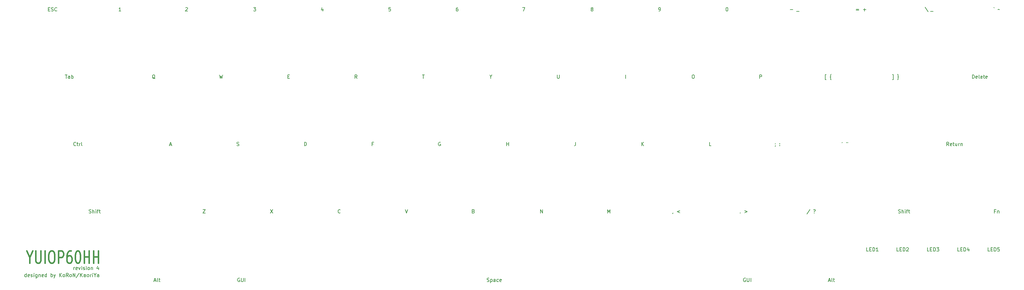
<source format=gbr>
%TF.GenerationSoftware,KiCad,Pcbnew,(5.1.9)-1*%
%TF.CreationDate,2021-04-22T03:27:36+09:00*%
%TF.ProjectId,yuiop60hh4,7975696f-7036-4306-9868-342e6b696361,4*%
%TF.SameCoordinates,Original*%
%TF.FileFunction,Legend,Top*%
%TF.FilePolarity,Positive*%
%FSLAX46Y46*%
G04 Gerber Fmt 4.6, Leading zero omitted, Abs format (unit mm)*
G04 Created by KiCad (PCBNEW (5.1.9)-1) date 2021-04-22 03:27:36*
%MOMM*%
%LPD*%
G01*
G04 APERTURE LIST*
%ADD10C,0.150000*%
%ADD11C,0.400000*%
G04 APERTURE END LIST*
D10*
X88976190Y-188452380D02*
X88976190Y-187785714D01*
X88976190Y-187976190D02*
X89023809Y-187880952D01*
X89071428Y-187833333D01*
X89166666Y-187785714D01*
X89261904Y-187785714D01*
X89976190Y-188404761D02*
X89880952Y-188452380D01*
X89690476Y-188452380D01*
X89595238Y-188404761D01*
X89547619Y-188309523D01*
X89547619Y-187928571D01*
X89595238Y-187833333D01*
X89690476Y-187785714D01*
X89880952Y-187785714D01*
X89976190Y-187833333D01*
X90023809Y-187928571D01*
X90023809Y-188023809D01*
X89547619Y-188119047D01*
X90357142Y-187785714D02*
X90595238Y-188452380D01*
X90833333Y-187785714D01*
X91214285Y-188452380D02*
X91214285Y-187785714D01*
X91214285Y-187452380D02*
X91166666Y-187500000D01*
X91214285Y-187547619D01*
X91261904Y-187500000D01*
X91214285Y-187452380D01*
X91214285Y-187547619D01*
X91642857Y-188404761D02*
X91738095Y-188452380D01*
X91928571Y-188452380D01*
X92023809Y-188404761D01*
X92071428Y-188309523D01*
X92071428Y-188261904D01*
X92023809Y-188166666D01*
X91928571Y-188119047D01*
X91785714Y-188119047D01*
X91690476Y-188071428D01*
X91642857Y-187976190D01*
X91642857Y-187928571D01*
X91690476Y-187833333D01*
X91785714Y-187785714D01*
X91928571Y-187785714D01*
X92023809Y-187833333D01*
X92500000Y-188452380D02*
X92500000Y-187785714D01*
X92500000Y-187452380D02*
X92452380Y-187500000D01*
X92500000Y-187547619D01*
X92547619Y-187500000D01*
X92500000Y-187452380D01*
X92500000Y-187547619D01*
X93119047Y-188452380D02*
X93023809Y-188404761D01*
X92976190Y-188357142D01*
X92928571Y-188261904D01*
X92928571Y-187976190D01*
X92976190Y-187880952D01*
X93023809Y-187833333D01*
X93119047Y-187785714D01*
X93261904Y-187785714D01*
X93357142Y-187833333D01*
X93404761Y-187880952D01*
X93452380Y-187976190D01*
X93452380Y-188261904D01*
X93404761Y-188357142D01*
X93357142Y-188404761D01*
X93261904Y-188452380D01*
X93119047Y-188452380D01*
X93880952Y-187785714D02*
X93880952Y-188452380D01*
X93880952Y-187880952D02*
X93928571Y-187833333D01*
X94023809Y-187785714D01*
X94166666Y-187785714D01*
X94261904Y-187833333D01*
X94309523Y-187928571D01*
X94309523Y-188452380D01*
X95976190Y-187785714D02*
X95976190Y-188452380D01*
X95738095Y-187404761D02*
X95500000Y-188119047D01*
X96119047Y-188119047D01*
X75576190Y-190452380D02*
X75576190Y-189452380D01*
X75576190Y-190404761D02*
X75480952Y-190452380D01*
X75290476Y-190452380D01*
X75195238Y-190404761D01*
X75147619Y-190357142D01*
X75100000Y-190261904D01*
X75100000Y-189976190D01*
X75147619Y-189880952D01*
X75195238Y-189833333D01*
X75290476Y-189785714D01*
X75480952Y-189785714D01*
X75576190Y-189833333D01*
X76433333Y-190404761D02*
X76338095Y-190452380D01*
X76147619Y-190452380D01*
X76052380Y-190404761D01*
X76004761Y-190309523D01*
X76004761Y-189928571D01*
X76052380Y-189833333D01*
X76147619Y-189785714D01*
X76338095Y-189785714D01*
X76433333Y-189833333D01*
X76480952Y-189928571D01*
X76480952Y-190023809D01*
X76004761Y-190119047D01*
X76861904Y-190404761D02*
X76957142Y-190452380D01*
X77147619Y-190452380D01*
X77242857Y-190404761D01*
X77290476Y-190309523D01*
X77290476Y-190261904D01*
X77242857Y-190166666D01*
X77147619Y-190119047D01*
X77004761Y-190119047D01*
X76909523Y-190071428D01*
X76861904Y-189976190D01*
X76861904Y-189928571D01*
X76909523Y-189833333D01*
X77004761Y-189785714D01*
X77147619Y-189785714D01*
X77242857Y-189833333D01*
X77719047Y-190452380D02*
X77719047Y-189785714D01*
X77719047Y-189452380D02*
X77671428Y-189500000D01*
X77719047Y-189547619D01*
X77766666Y-189500000D01*
X77719047Y-189452380D01*
X77719047Y-189547619D01*
X78623809Y-189785714D02*
X78623809Y-190595238D01*
X78576190Y-190690476D01*
X78528571Y-190738095D01*
X78433333Y-190785714D01*
X78290476Y-190785714D01*
X78195238Y-190738095D01*
X78623809Y-190404761D02*
X78528571Y-190452380D01*
X78338095Y-190452380D01*
X78242857Y-190404761D01*
X78195238Y-190357142D01*
X78147619Y-190261904D01*
X78147619Y-189976190D01*
X78195238Y-189880952D01*
X78242857Y-189833333D01*
X78338095Y-189785714D01*
X78528571Y-189785714D01*
X78623809Y-189833333D01*
X79100000Y-189785714D02*
X79100000Y-190452380D01*
X79100000Y-189880952D02*
X79147619Y-189833333D01*
X79242857Y-189785714D01*
X79385714Y-189785714D01*
X79480952Y-189833333D01*
X79528571Y-189928571D01*
X79528571Y-190452380D01*
X80385714Y-190404761D02*
X80290476Y-190452380D01*
X80100000Y-190452380D01*
X80004761Y-190404761D01*
X79957142Y-190309523D01*
X79957142Y-189928571D01*
X80004761Y-189833333D01*
X80100000Y-189785714D01*
X80290476Y-189785714D01*
X80385714Y-189833333D01*
X80433333Y-189928571D01*
X80433333Y-190023809D01*
X79957142Y-190119047D01*
X81290476Y-190452380D02*
X81290476Y-189452380D01*
X81290476Y-190404761D02*
X81195238Y-190452380D01*
X81004761Y-190452380D01*
X80909523Y-190404761D01*
X80861904Y-190357142D01*
X80814285Y-190261904D01*
X80814285Y-189976190D01*
X80861904Y-189880952D01*
X80909523Y-189833333D01*
X81004761Y-189785714D01*
X81195238Y-189785714D01*
X81290476Y-189833333D01*
X82528571Y-190452380D02*
X82528571Y-189452380D01*
X82528571Y-189833333D02*
X82623809Y-189785714D01*
X82814285Y-189785714D01*
X82909523Y-189833333D01*
X82957142Y-189880952D01*
X83004761Y-189976190D01*
X83004761Y-190261904D01*
X82957142Y-190357142D01*
X82909523Y-190404761D01*
X82814285Y-190452380D01*
X82623809Y-190452380D01*
X82528571Y-190404761D01*
X83338095Y-189785714D02*
X83576190Y-190452380D01*
X83814285Y-189785714D02*
X83576190Y-190452380D01*
X83480952Y-190690476D01*
X83433333Y-190738095D01*
X83338095Y-190785714D01*
X84957142Y-190452380D02*
X84957142Y-189452380D01*
X85528571Y-190452380D02*
X85100000Y-189880952D01*
X85528571Y-189452380D02*
X84957142Y-190023809D01*
X86100000Y-190452380D02*
X86004761Y-190404761D01*
X85957142Y-190357142D01*
X85909523Y-190261904D01*
X85909523Y-189976190D01*
X85957142Y-189880952D01*
X86004761Y-189833333D01*
X86100000Y-189785714D01*
X86242857Y-189785714D01*
X86338095Y-189833333D01*
X86385714Y-189880952D01*
X86433333Y-189976190D01*
X86433333Y-190261904D01*
X86385714Y-190357142D01*
X86338095Y-190404761D01*
X86242857Y-190452380D01*
X86100000Y-190452380D01*
X87433333Y-190452380D02*
X87100000Y-189976190D01*
X86861904Y-190452380D02*
X86861904Y-189452380D01*
X87242857Y-189452380D01*
X87338095Y-189500000D01*
X87385714Y-189547619D01*
X87433333Y-189642857D01*
X87433333Y-189785714D01*
X87385714Y-189880952D01*
X87338095Y-189928571D01*
X87242857Y-189976190D01*
X86861904Y-189976190D01*
X88004761Y-190452380D02*
X87909523Y-190404761D01*
X87861904Y-190357142D01*
X87814285Y-190261904D01*
X87814285Y-189976190D01*
X87861904Y-189880952D01*
X87909523Y-189833333D01*
X88004761Y-189785714D01*
X88147619Y-189785714D01*
X88242857Y-189833333D01*
X88290476Y-189880952D01*
X88338095Y-189976190D01*
X88338095Y-190261904D01*
X88290476Y-190357142D01*
X88242857Y-190404761D01*
X88147619Y-190452380D01*
X88004761Y-190452380D01*
X88766666Y-190452380D02*
X88766666Y-189452380D01*
X89338095Y-190452380D01*
X89338095Y-189452380D01*
X90528571Y-189404761D02*
X89671428Y-190690476D01*
X90861904Y-190452380D02*
X90861904Y-189452380D01*
X91433333Y-190452380D02*
X91004761Y-189880952D01*
X91433333Y-189452380D02*
X90861904Y-190023809D01*
X92290476Y-190452380D02*
X92290476Y-189928571D01*
X92242857Y-189833333D01*
X92147619Y-189785714D01*
X91957142Y-189785714D01*
X91861904Y-189833333D01*
X92290476Y-190404761D02*
X92195238Y-190452380D01*
X91957142Y-190452380D01*
X91861904Y-190404761D01*
X91814285Y-190309523D01*
X91814285Y-190214285D01*
X91861904Y-190119047D01*
X91957142Y-190071428D01*
X92195238Y-190071428D01*
X92290476Y-190023809D01*
X92909523Y-190452380D02*
X92814285Y-190404761D01*
X92766666Y-190357142D01*
X92719047Y-190261904D01*
X92719047Y-189976190D01*
X92766666Y-189880952D01*
X92814285Y-189833333D01*
X92909523Y-189785714D01*
X93052380Y-189785714D01*
X93147619Y-189833333D01*
X93195238Y-189880952D01*
X93242857Y-189976190D01*
X93242857Y-190261904D01*
X93195238Y-190357142D01*
X93147619Y-190404761D01*
X93052380Y-190452380D01*
X92909523Y-190452380D01*
X93671428Y-190452380D02*
X93671428Y-189785714D01*
X93671428Y-189976190D02*
X93719047Y-189880952D01*
X93766666Y-189833333D01*
X93861904Y-189785714D01*
X93957142Y-189785714D01*
X94290476Y-190452380D02*
X94290476Y-189785714D01*
X94290476Y-189452380D02*
X94242857Y-189500000D01*
X94290476Y-189547619D01*
X94338095Y-189500000D01*
X94290476Y-189452380D01*
X94290476Y-189547619D01*
X94957142Y-189976190D02*
X94957142Y-190452380D01*
X94623809Y-189452380D02*
X94957142Y-189976190D01*
X95290476Y-189452380D01*
X96052380Y-190452380D02*
X96052380Y-189928571D01*
X96004761Y-189833333D01*
X95909523Y-189785714D01*
X95719047Y-189785714D01*
X95623809Y-189833333D01*
X96052380Y-190404761D02*
X95957142Y-190452380D01*
X95719047Y-190452380D01*
X95623809Y-190404761D01*
X95576190Y-190309523D01*
X95576190Y-190214285D01*
X95623809Y-190119047D01*
X95719047Y-190071428D01*
X95957142Y-190071428D01*
X96052380Y-190023809D01*
D11*
X76535714Y-184916666D02*
X76535714Y-186583333D01*
X75702380Y-183083333D02*
X76535714Y-184916666D01*
X77369047Y-183083333D01*
X78202380Y-183083333D02*
X78202380Y-185916666D01*
X78321428Y-186250000D01*
X78440476Y-186416666D01*
X78678571Y-186583333D01*
X79154761Y-186583333D01*
X79392857Y-186416666D01*
X79511904Y-186250000D01*
X79630952Y-185916666D01*
X79630952Y-183083333D01*
X80821428Y-186583333D02*
X80821428Y-183083333D01*
X82488095Y-183083333D02*
X82964285Y-183083333D01*
X83202380Y-183250000D01*
X83440476Y-183583333D01*
X83559523Y-184250000D01*
X83559523Y-185416666D01*
X83440476Y-186083333D01*
X83202380Y-186416666D01*
X82964285Y-186583333D01*
X82488095Y-186583333D01*
X82250000Y-186416666D01*
X82011904Y-186083333D01*
X81892857Y-185416666D01*
X81892857Y-184250000D01*
X82011904Y-183583333D01*
X82250000Y-183250000D01*
X82488095Y-183083333D01*
X84630952Y-186583333D02*
X84630952Y-183083333D01*
X85583333Y-183083333D01*
X85821428Y-183250000D01*
X85940476Y-183416666D01*
X86059523Y-183750000D01*
X86059523Y-184250000D01*
X85940476Y-184583333D01*
X85821428Y-184750000D01*
X85583333Y-184916666D01*
X84630952Y-184916666D01*
X88202380Y-183083333D02*
X87726190Y-183083333D01*
X87488095Y-183250000D01*
X87369047Y-183416666D01*
X87130952Y-183916666D01*
X87011904Y-184583333D01*
X87011904Y-185916666D01*
X87130952Y-186250000D01*
X87250000Y-186416666D01*
X87488095Y-186583333D01*
X87964285Y-186583333D01*
X88202380Y-186416666D01*
X88321428Y-186250000D01*
X88440476Y-185916666D01*
X88440476Y-185083333D01*
X88321428Y-184750000D01*
X88202380Y-184583333D01*
X87964285Y-184416666D01*
X87488095Y-184416666D01*
X87250000Y-184583333D01*
X87130952Y-184750000D01*
X87011904Y-185083333D01*
X89988095Y-183083333D02*
X90226190Y-183083333D01*
X90464285Y-183250000D01*
X90583333Y-183416666D01*
X90702380Y-183750000D01*
X90821428Y-184416666D01*
X90821428Y-185250000D01*
X90702380Y-185916666D01*
X90583333Y-186250000D01*
X90464285Y-186416666D01*
X90226190Y-186583333D01*
X89988095Y-186583333D01*
X89750000Y-186416666D01*
X89630952Y-186250000D01*
X89511904Y-185916666D01*
X89392857Y-185250000D01*
X89392857Y-184416666D01*
X89511904Y-183750000D01*
X89630952Y-183416666D01*
X89750000Y-183250000D01*
X89988095Y-183083333D01*
X91892857Y-186583333D02*
X91892857Y-183083333D01*
X91892857Y-184750000D02*
X93321428Y-184750000D01*
X93321428Y-186583333D02*
X93321428Y-183083333D01*
X94511904Y-186583333D02*
X94511904Y-183083333D01*
X94511904Y-184750000D02*
X95940476Y-184750000D01*
X95940476Y-186583333D02*
X95940476Y-183083333D01*
%TO.C,KSW60*%
D10*
X302202165Y-191530136D02*
X302678356Y-191530136D01*
X302106927Y-191815850D02*
X302440260Y-190815850D01*
X302773594Y-191815850D01*
X303249784Y-191815850D02*
X303154546Y-191768231D01*
X303106927Y-191672993D01*
X303106927Y-190815850D01*
X303487880Y-191149184D02*
X303868832Y-191149184D01*
X303630737Y-190815850D02*
X303630737Y-191672993D01*
X303678356Y-191768231D01*
X303773594Y-191815850D01*
X303868832Y-191815850D01*
%TO.C,KSW59*%
X278675280Y-190863470D02*
X278580041Y-190815850D01*
X278437184Y-190815850D01*
X278294327Y-190863470D01*
X278199089Y-190958708D01*
X278151470Y-191053946D01*
X278103851Y-191244422D01*
X278103851Y-191387279D01*
X278151470Y-191577755D01*
X278199089Y-191672993D01*
X278294327Y-191768231D01*
X278437184Y-191815850D01*
X278532422Y-191815850D01*
X278675280Y-191768231D01*
X278722899Y-191720612D01*
X278722899Y-191387279D01*
X278532422Y-191387279D01*
X279151470Y-190815850D02*
X279151470Y-191625374D01*
X279199089Y-191720612D01*
X279246708Y-191768231D01*
X279341946Y-191815850D01*
X279532422Y-191815850D01*
X279627660Y-191768231D01*
X279675280Y-191720612D01*
X279722899Y-191625374D01*
X279722899Y-190815850D01*
X280199089Y-191815850D02*
X280199089Y-190815850D01*
%TO.C,KSW58*%
X205689860Y-191768231D02*
X205832718Y-191815850D01*
X206070813Y-191815850D01*
X206166051Y-191768231D01*
X206213670Y-191720612D01*
X206261289Y-191625374D01*
X206261289Y-191530136D01*
X206213670Y-191434898D01*
X206166051Y-191387279D01*
X206070813Y-191339660D01*
X205880337Y-191292041D01*
X205785099Y-191244422D01*
X205737480Y-191196803D01*
X205689860Y-191101565D01*
X205689860Y-191006327D01*
X205737480Y-190911089D01*
X205785099Y-190863470D01*
X205880337Y-190815850D01*
X206118432Y-190815850D01*
X206261289Y-190863470D01*
X206689860Y-191149184D02*
X206689860Y-192149184D01*
X206689860Y-191196803D02*
X206785099Y-191149184D01*
X206975575Y-191149184D01*
X207070813Y-191196803D01*
X207118432Y-191244422D01*
X207166051Y-191339660D01*
X207166051Y-191625374D01*
X207118432Y-191720612D01*
X207070813Y-191768231D01*
X206975575Y-191815850D01*
X206785099Y-191815850D01*
X206689860Y-191768231D01*
X208023194Y-191815850D02*
X208023194Y-191292041D01*
X207975575Y-191196803D01*
X207880337Y-191149184D01*
X207689860Y-191149184D01*
X207594622Y-191196803D01*
X208023194Y-191768231D02*
X207927956Y-191815850D01*
X207689860Y-191815850D01*
X207594622Y-191768231D01*
X207547003Y-191672993D01*
X207547003Y-191577755D01*
X207594622Y-191482517D01*
X207689860Y-191434898D01*
X207927956Y-191434898D01*
X208023194Y-191387279D01*
X208927956Y-191768231D02*
X208832718Y-191815850D01*
X208642241Y-191815850D01*
X208547003Y-191768231D01*
X208499384Y-191720612D01*
X208451765Y-191625374D01*
X208451765Y-191339660D01*
X208499384Y-191244422D01*
X208547003Y-191196803D01*
X208642241Y-191149184D01*
X208832718Y-191149184D01*
X208927956Y-191196803D01*
X209737480Y-191768231D02*
X209642241Y-191815850D01*
X209451765Y-191815850D01*
X209356527Y-191768231D01*
X209308908Y-191672993D01*
X209308908Y-191292041D01*
X209356527Y-191196803D01*
X209451765Y-191149184D01*
X209642241Y-191149184D01*
X209737480Y-191196803D01*
X209785099Y-191292041D01*
X209785099Y-191387279D01*
X209308908Y-191482517D01*
%TO.C,KSW57*%
X135799680Y-190863470D02*
X135704441Y-190815850D01*
X135561584Y-190815850D01*
X135418727Y-190863470D01*
X135323489Y-190958708D01*
X135275870Y-191053946D01*
X135228251Y-191244422D01*
X135228251Y-191387279D01*
X135275870Y-191577755D01*
X135323489Y-191672993D01*
X135418727Y-191768231D01*
X135561584Y-191815850D01*
X135656822Y-191815850D01*
X135799680Y-191768231D01*
X135847299Y-191720612D01*
X135847299Y-191387279D01*
X135656822Y-191387279D01*
X136275870Y-190815850D02*
X136275870Y-191625374D01*
X136323489Y-191720612D01*
X136371108Y-191768231D01*
X136466346Y-191815850D01*
X136656822Y-191815850D01*
X136752060Y-191768231D01*
X136799680Y-191720612D01*
X136847299Y-191625374D01*
X136847299Y-190815850D01*
X137323489Y-191815850D02*
X137323489Y-190815850D01*
%TO.C,KSW56*%
X111701365Y-191530136D02*
X112177556Y-191530136D01*
X111606127Y-191815850D02*
X111939460Y-190815850D01*
X112272794Y-191815850D01*
X112748984Y-191815850D02*
X112653746Y-191768231D01*
X112606127Y-191672993D01*
X112606127Y-190815850D01*
X112987080Y-191149184D02*
X113368032Y-191149184D01*
X113129937Y-190815850D02*
X113129937Y-191672993D01*
X113177556Y-191768231D01*
X113272794Y-191815850D01*
X113368032Y-191815850D01*
%TO.C,KSW55*%
X349340476Y-171888571D02*
X349007142Y-171888571D01*
X349007142Y-172412380D02*
X349007142Y-171412380D01*
X349483333Y-171412380D01*
X349864285Y-171745714D02*
X349864285Y-172412380D01*
X349864285Y-171840952D02*
X349911904Y-171793333D01*
X350007142Y-171745714D01*
X350150000Y-171745714D01*
X350245238Y-171793333D01*
X350292857Y-171888571D01*
X350292857Y-172412380D01*
%TO.C,KSW54*%
X321908380Y-172364761D02*
X322051238Y-172412380D01*
X322289333Y-172412380D01*
X322384571Y-172364761D01*
X322432190Y-172317142D01*
X322479809Y-172221904D01*
X322479809Y-172126666D01*
X322432190Y-172031428D01*
X322384571Y-171983809D01*
X322289333Y-171936190D01*
X322098857Y-171888571D01*
X322003619Y-171840952D01*
X321956000Y-171793333D01*
X321908380Y-171698095D01*
X321908380Y-171602857D01*
X321956000Y-171507619D01*
X322003619Y-171460000D01*
X322098857Y-171412380D01*
X322336952Y-171412380D01*
X322479809Y-171460000D01*
X322908380Y-172412380D02*
X322908380Y-171412380D01*
X323336952Y-172412380D02*
X323336952Y-171888571D01*
X323289333Y-171793333D01*
X323194095Y-171745714D01*
X323051238Y-171745714D01*
X322956000Y-171793333D01*
X322908380Y-171840952D01*
X323813142Y-172412380D02*
X323813142Y-171745714D01*
X323813142Y-171412380D02*
X323765523Y-171460000D01*
X323813142Y-171507619D01*
X323860761Y-171460000D01*
X323813142Y-171412380D01*
X323813142Y-171507619D01*
X324146476Y-171745714D02*
X324527428Y-171745714D01*
X324289333Y-172412380D02*
X324289333Y-171555238D01*
X324336952Y-171460000D01*
X324432190Y-171412380D01*
X324527428Y-171412380D01*
X324717904Y-171745714D02*
X325098857Y-171745714D01*
X324860761Y-171412380D02*
X324860761Y-172269523D01*
X324908380Y-172364761D01*
X325003619Y-172412380D01*
X325098857Y-172412380D01*
%TO.C,KSW53*%
X296882047Y-171364761D02*
X296024904Y-172650476D01*
X298120142Y-172317142D02*
X298167761Y-172364761D01*
X298120142Y-172412380D01*
X298072523Y-172364761D01*
X298120142Y-172317142D01*
X298120142Y-172412380D01*
X297929666Y-171460000D02*
X298024904Y-171412380D01*
X298263000Y-171412380D01*
X298358238Y-171460000D01*
X298405857Y-171555238D01*
X298405857Y-171650476D01*
X298358238Y-171745714D01*
X298310619Y-171793333D01*
X298215380Y-171840952D01*
X298167761Y-171888571D01*
X298120142Y-171983809D01*
X298120142Y-172031428D01*
%TO.C,KSW52*%
X277213000Y-172317142D02*
X277260619Y-172364761D01*
X277213000Y-172412380D01*
X277165380Y-172364761D01*
X277213000Y-172317142D01*
X277213000Y-172412380D01*
X278451095Y-171745714D02*
X279213000Y-172031428D01*
X278451095Y-172317142D01*
%TO.C,KSW51*%
X258210619Y-172364761D02*
X258210619Y-172412380D01*
X258163000Y-172507619D01*
X258115380Y-172555238D01*
X260163000Y-171745714D02*
X259401095Y-172031428D01*
X260163000Y-172317142D01*
%TO.C,KSW50*%
X239779666Y-172412380D02*
X239779666Y-171412380D01*
X240113000Y-172126666D01*
X240446333Y-171412380D01*
X240446333Y-172412380D01*
%TO.C,KSW49*%
X220777285Y-172412380D02*
X220777285Y-171412380D01*
X221348714Y-172412380D01*
X221348714Y-171412380D01*
%TO.C,KSW48*%
X201855758Y-171888571D02*
X201998615Y-171936190D01*
X202046234Y-171983809D01*
X202093853Y-172079047D01*
X202093853Y-172221904D01*
X202046234Y-172317142D01*
X201998615Y-172364761D01*
X201903377Y-172412380D01*
X201522425Y-172412380D01*
X201522425Y-171412380D01*
X201855758Y-171412380D01*
X201950996Y-171460000D01*
X201998615Y-171507619D01*
X202046234Y-171602857D01*
X202046234Y-171698095D01*
X201998615Y-171793333D01*
X201950996Y-171840952D01*
X201855758Y-171888571D01*
X201522425Y-171888571D01*
%TO.C,KSW47*%
X182629666Y-171412380D02*
X182963000Y-172412380D01*
X183296333Y-171412380D01*
%TO.C,KSW46*%
X164222523Y-172317142D02*
X164174904Y-172364761D01*
X164032047Y-172412380D01*
X163936809Y-172412380D01*
X163793952Y-172364761D01*
X163698714Y-172269523D01*
X163651095Y-172174285D01*
X163603476Y-171983809D01*
X163603476Y-171840952D01*
X163651095Y-171650476D01*
X163698714Y-171555238D01*
X163793952Y-171460000D01*
X163936809Y-171412380D01*
X164032047Y-171412380D01*
X164174904Y-171460000D01*
X164222523Y-171507619D01*
%TO.C,KSW45*%
X144529666Y-171412380D02*
X145196333Y-172412380D01*
X145196333Y-171412380D02*
X144529666Y-172412380D01*
%TO.C,KSW44*%
X125479666Y-171412380D02*
X126146333Y-171412380D01*
X125479666Y-172412380D01*
X126146333Y-172412380D01*
%TO.C,KSW43*%
X93308580Y-172364761D02*
X93451438Y-172412380D01*
X93689533Y-172412380D01*
X93784771Y-172364761D01*
X93832390Y-172317142D01*
X93880009Y-172221904D01*
X93880009Y-172126666D01*
X93832390Y-172031428D01*
X93784771Y-171983809D01*
X93689533Y-171936190D01*
X93499057Y-171888571D01*
X93403819Y-171840952D01*
X93356200Y-171793333D01*
X93308580Y-171698095D01*
X93308580Y-171602857D01*
X93356200Y-171507619D01*
X93403819Y-171460000D01*
X93499057Y-171412380D01*
X93737152Y-171412380D01*
X93880009Y-171460000D01*
X94308580Y-172412380D02*
X94308580Y-171412380D01*
X94737152Y-172412380D02*
X94737152Y-171888571D01*
X94689533Y-171793333D01*
X94594295Y-171745714D01*
X94451438Y-171745714D01*
X94356200Y-171793333D01*
X94308580Y-171840952D01*
X95213342Y-172412380D02*
X95213342Y-171745714D01*
X95213342Y-171412380D02*
X95165723Y-171460000D01*
X95213342Y-171507619D01*
X95260961Y-171460000D01*
X95213342Y-171412380D01*
X95213342Y-171507619D01*
X95546676Y-171745714D02*
X95927628Y-171745714D01*
X95689533Y-172412380D02*
X95689533Y-171555238D01*
X95737152Y-171460000D01*
X95832390Y-171412380D01*
X95927628Y-171412380D01*
X96118104Y-171745714D02*
X96499057Y-171745714D01*
X96260961Y-171412380D02*
X96260961Y-172269523D01*
X96308580Y-172364761D01*
X96403819Y-172412380D01*
X96499057Y-172412380D01*
%TO.C,KSW42*%
X336124952Y-153362380D02*
X335791619Y-152886190D01*
X335553523Y-153362380D02*
X335553523Y-152362380D01*
X335934476Y-152362380D01*
X336029714Y-152410000D01*
X336077333Y-152457619D01*
X336124952Y-152552857D01*
X336124952Y-152695714D01*
X336077333Y-152790952D01*
X336029714Y-152838571D01*
X335934476Y-152886190D01*
X335553523Y-152886190D01*
X336934476Y-153314761D02*
X336839238Y-153362380D01*
X336648761Y-153362380D01*
X336553523Y-153314761D01*
X336505904Y-153219523D01*
X336505904Y-152838571D01*
X336553523Y-152743333D01*
X336648761Y-152695714D01*
X336839238Y-152695714D01*
X336934476Y-152743333D01*
X336982095Y-152838571D01*
X336982095Y-152933809D01*
X336505904Y-153029047D01*
X337267809Y-152695714D02*
X337648761Y-152695714D01*
X337410666Y-152362380D02*
X337410666Y-153219523D01*
X337458285Y-153314761D01*
X337553523Y-153362380D01*
X337648761Y-153362380D01*
X338410666Y-152695714D02*
X338410666Y-153362380D01*
X337982095Y-152695714D02*
X337982095Y-153219523D01*
X338029714Y-153314761D01*
X338124952Y-153362380D01*
X338267809Y-153362380D01*
X338363047Y-153314761D01*
X338410666Y-153267142D01*
X338886857Y-153362380D02*
X338886857Y-152695714D01*
X338886857Y-152886190D02*
X338934476Y-152790952D01*
X338982095Y-152743333D01*
X339077333Y-152695714D01*
X339172571Y-152695714D01*
X339505904Y-152695714D02*
X339505904Y-153362380D01*
X339505904Y-152790952D02*
X339553523Y-152743333D01*
X339648761Y-152695714D01*
X339791619Y-152695714D01*
X339886857Y-152743333D01*
X339934476Y-152838571D01*
X339934476Y-153362380D01*
%TO.C,KSW41*%
X306072714Y-152362380D02*
X305977476Y-152552857D01*
X307215571Y-152362380D02*
X307215571Y-152552857D01*
X307596523Y-152362380D02*
X307596523Y-152552857D01*
%TO.C,KSW40*%
X287165571Y-153314761D02*
X287165571Y-153362380D01*
X287117952Y-153457619D01*
X287070333Y-153505238D01*
X287117952Y-152743333D02*
X287165571Y-152790952D01*
X287117952Y-152838571D01*
X287070333Y-152790952D01*
X287117952Y-152743333D01*
X287117952Y-152838571D01*
X288356047Y-153267142D02*
X288403666Y-153314761D01*
X288356047Y-153362380D01*
X288308428Y-153314761D01*
X288356047Y-153267142D01*
X288356047Y-153362380D01*
X288356047Y-152743333D02*
X288403666Y-152790952D01*
X288356047Y-152838571D01*
X288308428Y-152790952D01*
X288356047Y-152743333D01*
X288356047Y-152838571D01*
%TO.C,KSW39*%
X268996523Y-153362380D02*
X268520333Y-153362380D01*
X268520333Y-152362380D01*
%TO.C,KSW38*%
X249375095Y-153362380D02*
X249375095Y-152362380D01*
X249946523Y-153362380D02*
X249517952Y-152790952D01*
X249946523Y-152362380D02*
X249375095Y-152933809D01*
%TO.C,KSW37*%
X230729857Y-152362380D02*
X230729857Y-153076666D01*
X230682238Y-153219523D01*
X230587000Y-153314761D01*
X230444142Y-153362380D01*
X230348904Y-153362380D01*
%TO.C,KSW36*%
X211251285Y-153362380D02*
X211251285Y-152362380D01*
X211251285Y-152838571D02*
X211822714Y-152838571D01*
X211822714Y-153362380D02*
X211822714Y-152362380D01*
%TO.C,KSW35*%
X192521194Y-152410000D02*
X192425956Y-152362380D01*
X192283099Y-152362380D01*
X192140242Y-152410000D01*
X192045004Y-152505238D01*
X191997385Y-152600476D01*
X191949766Y-152790952D01*
X191949766Y-152933809D01*
X191997385Y-153124285D01*
X192045004Y-153219523D01*
X192140242Y-153314761D01*
X192283099Y-153362380D01*
X192378337Y-153362380D01*
X192521194Y-153314761D01*
X192568813Y-153267142D01*
X192568813Y-152933809D01*
X192378337Y-152933809D01*
%TO.C,KSW34*%
X173579857Y-152838571D02*
X173246523Y-152838571D01*
X173246523Y-153362380D02*
X173246523Y-152362380D01*
X173722714Y-152362380D01*
%TO.C,KSW33*%
X154125095Y-153362380D02*
X154125095Y-152362380D01*
X154363190Y-152362380D01*
X154506047Y-152410000D01*
X154601285Y-152505238D01*
X154648904Y-152600476D01*
X154696523Y-152790952D01*
X154696523Y-152933809D01*
X154648904Y-153124285D01*
X154601285Y-153219523D01*
X154506047Y-153314761D01*
X154363190Y-153362380D01*
X154125095Y-153362380D01*
%TO.C,KSW32*%
X135051285Y-153314761D02*
X135194142Y-153362380D01*
X135432238Y-153362380D01*
X135527476Y-153314761D01*
X135575095Y-153267142D01*
X135622714Y-153171904D01*
X135622714Y-153076666D01*
X135575095Y-152981428D01*
X135527476Y-152933809D01*
X135432238Y-152886190D01*
X135241761Y-152838571D01*
X135146523Y-152790952D01*
X135098904Y-152743333D01*
X135051285Y-152648095D01*
X135051285Y-152552857D01*
X135098904Y-152457619D01*
X135146523Y-152410000D01*
X135241761Y-152362380D01*
X135479857Y-152362380D01*
X135622714Y-152410000D01*
%TO.C,KSW31*%
X116048904Y-153076666D02*
X116525095Y-153076666D01*
X115953666Y-153362380D02*
X116287000Y-152362380D01*
X116620333Y-153362380D01*
%TO.C,KSW30*%
X89546180Y-153267142D02*
X89498561Y-153314761D01*
X89355704Y-153362380D01*
X89260466Y-153362380D01*
X89117609Y-153314761D01*
X89022371Y-153219523D01*
X88974752Y-153124285D01*
X88927133Y-152933809D01*
X88927133Y-152790952D01*
X88974752Y-152600476D01*
X89022371Y-152505238D01*
X89117609Y-152410000D01*
X89260466Y-152362380D01*
X89355704Y-152362380D01*
X89498561Y-152410000D01*
X89546180Y-152457619D01*
X89831895Y-152695714D02*
X90212847Y-152695714D01*
X89974752Y-152362380D02*
X89974752Y-153219523D01*
X90022371Y-153314761D01*
X90117609Y-153362380D01*
X90212847Y-153362380D01*
X90546180Y-153362380D02*
X90546180Y-152695714D01*
X90546180Y-152886190D02*
X90593800Y-152790952D01*
X90641419Y-152743333D01*
X90736657Y-152695714D01*
X90831895Y-152695714D01*
X91308085Y-153362380D02*
X91212847Y-153314761D01*
X91165228Y-153219523D01*
X91165228Y-152362380D01*
%TO.C,KSW29*%
X342791761Y-134312380D02*
X342791761Y-133312380D01*
X343029857Y-133312380D01*
X343172714Y-133360000D01*
X343267952Y-133455238D01*
X343315571Y-133550476D01*
X343363190Y-133740952D01*
X343363190Y-133883809D01*
X343315571Y-134074285D01*
X343267952Y-134169523D01*
X343172714Y-134264761D01*
X343029857Y-134312380D01*
X342791761Y-134312380D01*
X344172714Y-134264761D02*
X344077476Y-134312380D01*
X343887000Y-134312380D01*
X343791761Y-134264761D01*
X343744142Y-134169523D01*
X343744142Y-133788571D01*
X343791761Y-133693333D01*
X343887000Y-133645714D01*
X344077476Y-133645714D01*
X344172714Y-133693333D01*
X344220333Y-133788571D01*
X344220333Y-133883809D01*
X343744142Y-133979047D01*
X344791761Y-134312380D02*
X344696523Y-134264761D01*
X344648904Y-134169523D01*
X344648904Y-133312380D01*
X345553666Y-134264761D02*
X345458428Y-134312380D01*
X345267952Y-134312380D01*
X345172714Y-134264761D01*
X345125095Y-134169523D01*
X345125095Y-133788571D01*
X345172714Y-133693333D01*
X345267952Y-133645714D01*
X345458428Y-133645714D01*
X345553666Y-133693333D01*
X345601285Y-133788571D01*
X345601285Y-133883809D01*
X345125095Y-133979047D01*
X345887000Y-133645714D02*
X346267952Y-133645714D01*
X346029857Y-133312380D02*
X346029857Y-134169523D01*
X346077476Y-134264761D01*
X346172714Y-134312380D01*
X346267952Y-134312380D01*
X346982238Y-134264761D02*
X346887000Y-134312380D01*
X346696523Y-134312380D01*
X346601285Y-134264761D01*
X346553666Y-134169523D01*
X346553666Y-133788571D01*
X346601285Y-133693333D01*
X346696523Y-133645714D01*
X346887000Y-133645714D01*
X346982238Y-133693333D01*
X347029857Y-133788571D01*
X347029857Y-133883809D01*
X346553666Y-133979047D01*
%TO.C,KSW28*%
X320170238Y-134645714D02*
X320408333Y-134645714D01*
X320408333Y-133217142D01*
X320170238Y-133217142D01*
X321598809Y-134693333D02*
X321646428Y-134693333D01*
X321741666Y-134645714D01*
X321789285Y-134550476D01*
X321789285Y-134074285D01*
X321836904Y-133979047D01*
X321932142Y-133931428D01*
X321836904Y-133883809D01*
X321789285Y-133788571D01*
X321789285Y-133312380D01*
X321741666Y-133217142D01*
X321646428Y-133169523D01*
X321598809Y-133169523D01*
%TO.C,KSW27*%
X301501190Y-134645714D02*
X301263095Y-134645714D01*
X301263095Y-133217142D01*
X301501190Y-133217142D01*
X302929761Y-134693333D02*
X302882142Y-134693333D01*
X302786904Y-134645714D01*
X302739285Y-134550476D01*
X302739285Y-134074285D01*
X302691666Y-133979047D01*
X302596428Y-133931428D01*
X302691666Y-133883809D01*
X302739285Y-133788571D01*
X302739285Y-133312380D01*
X302786904Y-133217142D01*
X302882142Y-133169523D01*
X302929761Y-133169523D01*
%TO.C,KSW26*%
X282713095Y-134312380D02*
X282713095Y-133312380D01*
X283094047Y-133312380D01*
X283189285Y-133360000D01*
X283236904Y-133407619D01*
X283284523Y-133502857D01*
X283284523Y-133645714D01*
X283236904Y-133740952D01*
X283189285Y-133788571D01*
X283094047Y-133836190D01*
X282713095Y-133836190D01*
%TO.C,KSW25*%
X263829761Y-133312380D02*
X264020238Y-133312380D01*
X264115476Y-133360000D01*
X264210714Y-133455238D01*
X264258333Y-133645714D01*
X264258333Y-133979047D01*
X264210714Y-134169523D01*
X264115476Y-134264761D01*
X264020238Y-134312380D01*
X263829761Y-134312380D01*
X263734523Y-134264761D01*
X263639285Y-134169523D01*
X263591666Y-133979047D01*
X263591666Y-133645714D01*
X263639285Y-133455238D01*
X263734523Y-133360000D01*
X263829761Y-133312380D01*
%TO.C,KSW24*%
X244875000Y-134312380D02*
X244875000Y-133312380D01*
%TO.C,KSW23*%
X225539285Y-133312380D02*
X225539285Y-134121904D01*
X225586904Y-134217142D01*
X225634523Y-134264761D01*
X225729761Y-134312380D01*
X225920238Y-134312380D01*
X226015476Y-134264761D01*
X226063095Y-134217142D01*
X226110714Y-134121904D01*
X226110714Y-133312380D01*
%TO.C,KSW22*%
X206775000Y-133836190D02*
X206775000Y-134312380D01*
X206441666Y-133312380D02*
X206775000Y-133836190D01*
X207108333Y-133312380D01*
%TO.C,KSW21*%
X187439285Y-133312380D02*
X188010714Y-133312380D01*
X187725000Y-134312380D02*
X187725000Y-133312380D01*
%TO.C,KSW20*%
X168984523Y-134312380D02*
X168651190Y-133836190D01*
X168413095Y-134312380D02*
X168413095Y-133312380D01*
X168794047Y-133312380D01*
X168889285Y-133360000D01*
X168936904Y-133407619D01*
X168984523Y-133502857D01*
X168984523Y-133645714D01*
X168936904Y-133740952D01*
X168889285Y-133788571D01*
X168794047Y-133836190D01*
X168413095Y-133836190D01*
%TO.C,KSW19*%
X149410714Y-133788571D02*
X149744047Y-133788571D01*
X149886904Y-134312380D02*
X149410714Y-134312380D01*
X149410714Y-133312380D01*
X149886904Y-133312380D01*
%TO.C,KSW18*%
X130146428Y-133312380D02*
X130384523Y-134312380D01*
X130575000Y-133598095D01*
X130765476Y-134312380D01*
X131003571Y-133312380D01*
%TO.C,KSW17*%
X111905952Y-134407619D02*
X111810714Y-134360000D01*
X111715476Y-134264761D01*
X111572619Y-134121904D01*
X111477380Y-134074285D01*
X111382142Y-134074285D01*
X111429761Y-134312380D02*
X111334523Y-134264761D01*
X111239285Y-134169523D01*
X111191666Y-133979047D01*
X111191666Y-133645714D01*
X111239285Y-133455238D01*
X111334523Y-133360000D01*
X111429761Y-133312380D01*
X111620238Y-133312380D01*
X111715476Y-133360000D01*
X111810714Y-133455238D01*
X111858333Y-133645714D01*
X111858333Y-133979047D01*
X111810714Y-134169523D01*
X111715476Y-134264761D01*
X111620238Y-134312380D01*
X111429761Y-134312380D01*
%TO.C,KSW16*%
X86522023Y-133312380D02*
X87093452Y-133312380D01*
X86807738Y-134312380D02*
X86807738Y-133312380D01*
X87855357Y-134312380D02*
X87855357Y-133788571D01*
X87807738Y-133693333D01*
X87712500Y-133645714D01*
X87522023Y-133645714D01*
X87426785Y-133693333D01*
X87855357Y-134264761D02*
X87760119Y-134312380D01*
X87522023Y-134312380D01*
X87426785Y-134264761D01*
X87379166Y-134169523D01*
X87379166Y-134074285D01*
X87426785Y-133979047D01*
X87522023Y-133931428D01*
X87760119Y-133931428D01*
X87855357Y-133883809D01*
X88331547Y-134312380D02*
X88331547Y-133312380D01*
X88331547Y-133693333D02*
X88426785Y-133645714D01*
X88617261Y-133645714D01*
X88712500Y-133693333D01*
X88760119Y-133740952D01*
X88807738Y-133836190D01*
X88807738Y-134121904D01*
X88760119Y-134217142D01*
X88712500Y-134264761D01*
X88617261Y-134312380D01*
X88426785Y-134312380D01*
X88331547Y-134264761D01*
%TO.C,KSW15*%
X348816666Y-114214761D02*
X348959523Y-114357619D01*
X349959523Y-114881428D02*
X350007142Y-114833809D01*
X350102380Y-114786190D01*
X350292857Y-114881428D01*
X350388095Y-114833809D01*
X350435714Y-114786190D01*
%TO.C,KSW14*%
X329409523Y-114167142D02*
X330266666Y-115452857D01*
X330933333Y-115357619D02*
X331695238Y-115357619D01*
%TO.C,KSW13*%
X309941337Y-114738571D02*
X310703242Y-114738571D01*
X310703242Y-115024285D02*
X309941337Y-115024285D01*
X311941337Y-114881428D02*
X312703242Y-114881428D01*
X312322290Y-115262380D02*
X312322290Y-114500476D01*
%TO.C,KSW12*%
X291357142Y-114881428D02*
X292119047Y-114881428D01*
X293119047Y-115357619D02*
X293880952Y-115357619D01*
%TO.C,KSW11*%
X273402380Y-114262380D02*
X273497619Y-114262380D01*
X273592857Y-114310000D01*
X273640476Y-114357619D01*
X273688095Y-114452857D01*
X273735714Y-114643333D01*
X273735714Y-114881428D01*
X273688095Y-115071904D01*
X273640476Y-115167142D01*
X273592857Y-115214761D01*
X273497619Y-115262380D01*
X273402380Y-115262380D01*
X273307142Y-115214761D01*
X273259523Y-115167142D01*
X273211904Y-115071904D01*
X273164285Y-114881428D01*
X273164285Y-114643333D01*
X273211904Y-114452857D01*
X273259523Y-114357619D01*
X273307142Y-114310000D01*
X273402380Y-114262380D01*
%TO.C,KSW10*%
X254209523Y-115262380D02*
X254400000Y-115262380D01*
X254495238Y-115214761D01*
X254542857Y-115167142D01*
X254638095Y-115024285D01*
X254685714Y-114833809D01*
X254685714Y-114452857D01*
X254638095Y-114357619D01*
X254590476Y-114310000D01*
X254495238Y-114262380D01*
X254304761Y-114262380D01*
X254209523Y-114310000D01*
X254161904Y-114357619D01*
X254114285Y-114452857D01*
X254114285Y-114690952D01*
X254161904Y-114786190D01*
X254209523Y-114833809D01*
X254304761Y-114881428D01*
X254495238Y-114881428D01*
X254590476Y-114833809D01*
X254638095Y-114786190D01*
X254685714Y-114690952D01*
%TO.C,KSW9*%
X235254761Y-114690952D02*
X235159523Y-114643333D01*
X235111904Y-114595714D01*
X235064285Y-114500476D01*
X235064285Y-114452857D01*
X235111904Y-114357619D01*
X235159523Y-114310000D01*
X235254761Y-114262380D01*
X235445238Y-114262380D01*
X235540476Y-114310000D01*
X235588095Y-114357619D01*
X235635714Y-114452857D01*
X235635714Y-114500476D01*
X235588095Y-114595714D01*
X235540476Y-114643333D01*
X235445238Y-114690952D01*
X235254761Y-114690952D01*
X235159523Y-114738571D01*
X235111904Y-114786190D01*
X235064285Y-114881428D01*
X235064285Y-115071904D01*
X235111904Y-115167142D01*
X235159523Y-115214761D01*
X235254761Y-115262380D01*
X235445238Y-115262380D01*
X235540476Y-115214761D01*
X235588095Y-115167142D01*
X235635714Y-115071904D01*
X235635714Y-114881428D01*
X235588095Y-114786190D01*
X235540476Y-114738571D01*
X235445238Y-114690952D01*
%TO.C,KSW8*%
X215738556Y-114262380D02*
X216405223Y-114262380D01*
X215976651Y-115262380D01*
%TO.C,KSW7*%
X197440476Y-114262380D02*
X197250000Y-114262380D01*
X197154761Y-114310000D01*
X197107142Y-114357619D01*
X197011904Y-114500476D01*
X196964285Y-114690952D01*
X196964285Y-115071904D01*
X197011904Y-115167142D01*
X197059523Y-115214761D01*
X197154761Y-115262380D01*
X197345238Y-115262380D01*
X197440476Y-115214761D01*
X197488095Y-115167142D01*
X197535714Y-115071904D01*
X197535714Y-114833809D01*
X197488095Y-114738571D01*
X197440476Y-114690952D01*
X197345238Y-114643333D01*
X197154761Y-114643333D01*
X197059523Y-114690952D01*
X197011904Y-114738571D01*
X196964285Y-114833809D01*
%TO.C,KSW6*%
X178438095Y-114262380D02*
X177961904Y-114262380D01*
X177914285Y-114738571D01*
X177961904Y-114690952D01*
X178057142Y-114643333D01*
X178295238Y-114643333D01*
X178390476Y-114690952D01*
X178438095Y-114738571D01*
X178485714Y-114833809D01*
X178485714Y-115071904D01*
X178438095Y-115167142D01*
X178390476Y-115214761D01*
X178295238Y-115262380D01*
X178057142Y-115262380D01*
X177961904Y-115214761D01*
X177914285Y-115167142D01*
%TO.C,KSW5*%
X159340476Y-114595714D02*
X159340476Y-115262380D01*
X159102380Y-114214761D02*
X158864285Y-114929047D01*
X159483333Y-114929047D01*
%TO.C,KSW4*%
X139766666Y-114262380D02*
X140385714Y-114262380D01*
X140052380Y-114643333D01*
X140195238Y-114643333D01*
X140290476Y-114690952D01*
X140338095Y-114738571D01*
X140385714Y-114833809D01*
X140385714Y-115071904D01*
X140338095Y-115167142D01*
X140290476Y-115214761D01*
X140195238Y-115262380D01*
X139909523Y-115262380D01*
X139814285Y-115214761D01*
X139766666Y-115167142D01*
%TO.C,KSW3*%
X120535775Y-114357619D02*
X120583394Y-114310000D01*
X120678632Y-114262380D01*
X120916728Y-114262380D01*
X121011966Y-114310000D01*
X121059585Y-114357619D01*
X121107204Y-114452857D01*
X121107204Y-114548095D01*
X121059585Y-114690952D01*
X120488156Y-115262380D01*
X121107204Y-115262380D01*
%TO.C,KSW2*%
X102285714Y-115262380D02*
X101714285Y-115262380D01*
X102000000Y-115262380D02*
X102000000Y-114262380D01*
X101904761Y-114405238D01*
X101809523Y-114500476D01*
X101714285Y-114548095D01*
%TO.C,KSW1*%
X81759523Y-114738571D02*
X82092857Y-114738571D01*
X82235714Y-115262380D02*
X81759523Y-115262380D01*
X81759523Y-114262380D01*
X82235714Y-114262380D01*
X82616666Y-115214761D02*
X82759523Y-115262380D01*
X82997619Y-115262380D01*
X83092857Y-115214761D01*
X83140476Y-115167142D01*
X83188095Y-115071904D01*
X83188095Y-114976666D01*
X83140476Y-114881428D01*
X83092857Y-114833809D01*
X82997619Y-114786190D01*
X82807142Y-114738571D01*
X82711904Y-114690952D01*
X82664285Y-114643333D01*
X82616666Y-114548095D01*
X82616666Y-114452857D01*
X82664285Y-114357619D01*
X82711904Y-114310000D01*
X82807142Y-114262380D01*
X83045238Y-114262380D01*
X83188095Y-114310000D01*
X84188095Y-115167142D02*
X84140476Y-115214761D01*
X83997619Y-115262380D01*
X83902380Y-115262380D01*
X83759523Y-115214761D01*
X83664285Y-115119523D01*
X83616666Y-115024285D01*
X83569047Y-114833809D01*
X83569047Y-114690952D01*
X83616666Y-114500476D01*
X83664285Y-114405238D01*
X83759523Y-114310000D01*
X83902380Y-114262380D01*
X83997619Y-114262380D01*
X84140476Y-114310000D01*
X84188095Y-114357619D01*
%TO.C,LED5*%
X347689952Y-183195480D02*
X347213761Y-183195480D01*
X347213761Y-182195480D01*
X348023285Y-182671671D02*
X348356619Y-182671671D01*
X348499476Y-183195480D02*
X348023285Y-183195480D01*
X348023285Y-182195480D01*
X348499476Y-182195480D01*
X348928047Y-183195480D02*
X348928047Y-182195480D01*
X349166142Y-182195480D01*
X349309000Y-182243100D01*
X349404238Y-182338338D01*
X349451857Y-182433576D01*
X349499476Y-182624052D01*
X349499476Y-182766909D01*
X349451857Y-182957385D01*
X349404238Y-183052623D01*
X349309000Y-183147861D01*
X349166142Y-183195480D01*
X348928047Y-183195480D01*
X350404238Y-182195480D02*
X349928047Y-182195480D01*
X349880428Y-182671671D01*
X349928047Y-182624052D01*
X350023285Y-182576433D01*
X350261380Y-182576433D01*
X350356619Y-182624052D01*
X350404238Y-182671671D01*
X350451857Y-182766909D01*
X350451857Y-183005004D01*
X350404238Y-183100242D01*
X350356619Y-183147861D01*
X350261380Y-183195480D01*
X350023285Y-183195480D01*
X349928047Y-183147861D01*
X349880428Y-183100242D01*
%TO.C,LED4*%
X339123952Y-183195480D02*
X338647761Y-183195480D01*
X338647761Y-182195480D01*
X339457285Y-182671671D02*
X339790619Y-182671671D01*
X339933476Y-183195480D02*
X339457285Y-183195480D01*
X339457285Y-182195480D01*
X339933476Y-182195480D01*
X340362047Y-183195480D02*
X340362047Y-182195480D01*
X340600142Y-182195480D01*
X340743000Y-182243100D01*
X340838238Y-182338338D01*
X340885857Y-182433576D01*
X340933476Y-182624052D01*
X340933476Y-182766909D01*
X340885857Y-182957385D01*
X340838238Y-183052623D01*
X340743000Y-183147861D01*
X340600142Y-183195480D01*
X340362047Y-183195480D01*
X341790619Y-182528814D02*
X341790619Y-183195480D01*
X341552523Y-182147861D02*
X341314428Y-182862147D01*
X341933476Y-182862147D01*
%TO.C,LED3*%
X330557952Y-183195480D02*
X330081761Y-183195480D01*
X330081761Y-182195480D01*
X330891285Y-182671671D02*
X331224619Y-182671671D01*
X331367476Y-183195480D02*
X330891285Y-183195480D01*
X330891285Y-182195480D01*
X331367476Y-182195480D01*
X331796047Y-183195480D02*
X331796047Y-182195480D01*
X332034142Y-182195480D01*
X332177000Y-182243100D01*
X332272238Y-182338338D01*
X332319857Y-182433576D01*
X332367476Y-182624052D01*
X332367476Y-182766909D01*
X332319857Y-182957385D01*
X332272238Y-183052623D01*
X332177000Y-183147861D01*
X332034142Y-183195480D01*
X331796047Y-183195480D01*
X332700809Y-182195480D02*
X333319857Y-182195480D01*
X332986523Y-182576433D01*
X333129380Y-182576433D01*
X333224619Y-182624052D01*
X333272238Y-182671671D01*
X333319857Y-182766909D01*
X333319857Y-183005004D01*
X333272238Y-183100242D01*
X333224619Y-183147861D01*
X333129380Y-183195480D01*
X332843666Y-183195480D01*
X332748428Y-183147861D01*
X332700809Y-183100242D01*
%TO.C,LED2*%
X321974132Y-183195480D02*
X321497941Y-183195480D01*
X321497941Y-182195480D01*
X322307465Y-182671671D02*
X322640799Y-182671671D01*
X322783656Y-183195480D02*
X322307465Y-183195480D01*
X322307465Y-182195480D01*
X322783656Y-182195480D01*
X323212227Y-183195480D02*
X323212227Y-182195480D01*
X323450322Y-182195480D01*
X323593180Y-182243100D01*
X323688418Y-182338338D01*
X323736037Y-182433576D01*
X323783656Y-182624052D01*
X323783656Y-182766909D01*
X323736037Y-182957385D01*
X323688418Y-183052623D01*
X323593180Y-183147861D01*
X323450322Y-183195480D01*
X323212227Y-183195480D01*
X324164608Y-182290719D02*
X324212227Y-182243100D01*
X324307465Y-182195480D01*
X324545560Y-182195480D01*
X324640799Y-182243100D01*
X324688418Y-182290719D01*
X324736037Y-182385957D01*
X324736037Y-182481195D01*
X324688418Y-182624052D01*
X324116989Y-183195480D01*
X324736037Y-183195480D01*
%TO.C,LED1*%
X313422132Y-183195480D02*
X312945941Y-183195480D01*
X312945941Y-182195480D01*
X313755465Y-182671671D02*
X314088799Y-182671671D01*
X314231656Y-183195480D02*
X313755465Y-183195480D01*
X313755465Y-182195480D01*
X314231656Y-182195480D01*
X314660227Y-183195480D02*
X314660227Y-182195480D01*
X314898322Y-182195480D01*
X315041180Y-182243100D01*
X315136418Y-182338338D01*
X315184037Y-182433576D01*
X315231656Y-182624052D01*
X315231656Y-182766909D01*
X315184037Y-182957385D01*
X315136418Y-183052623D01*
X315041180Y-183147861D01*
X314898322Y-183195480D01*
X314660227Y-183195480D01*
X316184037Y-183195480D02*
X315612608Y-183195480D01*
X315898322Y-183195480D02*
X315898322Y-182195480D01*
X315803084Y-182338338D01*
X315707846Y-182433576D01*
X315612608Y-182481195D01*
%TD*%
M02*

</source>
